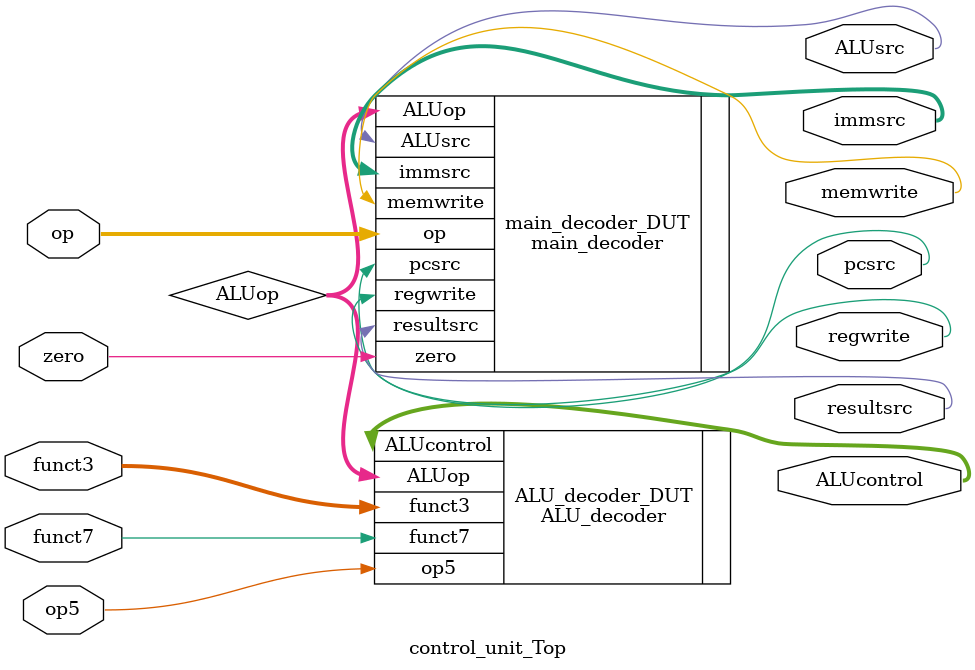
<source format=v>
module control_unit_Top(
	input        zero,
	input  [6:0] op,
	input        op5,funct7,
	input  [2:0] funct3,
	output       pcsrc,resultsrc,memwrite,ALUsrc,regwrite,
	output [2:0] immsrc,
	output [2:0] ALUcontrol
);

wire [1:0] ALUop ;


main_decoder main_decoder_DUT(
							.zero(zero),
							.op(op),
							.pcsrc(pcsrc),
							.resultsrc(resultsrc),
							.memwrite(memwrite),
							.ALUsrc(ALUsrc),
							.regwrite(regwrite),
							.immsrc(immsrc),
							.ALUop(ALUop)
);

ALU_decoder ALU_decoder_DUT(
							.op5(op5),
							.funct7(funct7),
							.funct3(funct3),
							.ALUop(ALUop),
							.ALUcontrol(ALUcontrol)
);

endmodule 
</source>
